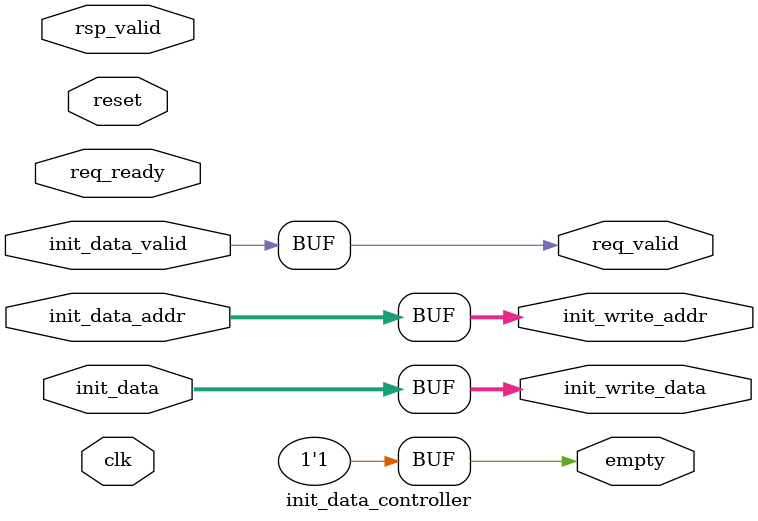
<source format=sv>
module init_data_controller #(
    parameter CLK_PER_HALF_BIT = 5208
) (
    input  logic        clk,
    reset,
    input  logic        init_data_valid,
    input  logic [31:0] init_data_addr,
    init_data,
    output logic        req_valid,
    output logic [31:0] init_write_data,
    init_write_addr,
    input  logic        req_ready,
    rsp_valid,
    output logic        empty             // init_end
);

  assign req_valid = init_data_valid;
  assign init_write_addr = init_data_addr;
  assign init_write_data = init_data;
  assign empty = 1;

endmodule

</source>
